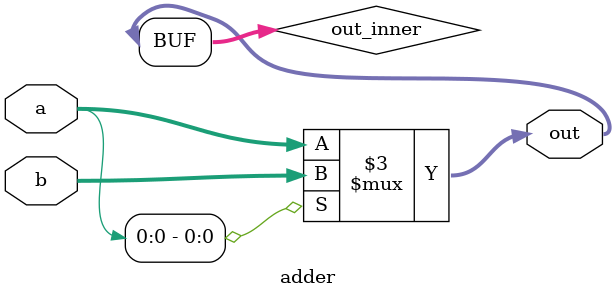
<source format=v>


module adder_tree#(parameter NUM = 4096, LEN = 16, LEVEL = $clog2(NUM) )(
    input  clk,
    input  [NUM*LEN-1:0] in,
    output [LEN-1:0] sum
    );
    
    // 将输入长向量还原为矩阵形式。高位是右侧的C&S
    wire  [LEN-1:0] in_inner[NUM-1:0]; 
    reg   [LEN-1:0] sum_inner;
    
    genvar i;
    for ( i = 0; i < NUM ; i = i + 1)
    begin
        assign in_inner[i]=in[(i+1)*LEN-1:i*LEN];
    end
    
    
    // 计算各个级别的比较器数目，将各个级别的首地址记录在一个单独的变量之中
    // START_LEVELx             记录了LEVELx输入线的起始index。 
    // NUM_INPUT_LEVELx         记录LEVELx的输入线数目。
    // IS_ODD_NUM_INPUT_LEVELx  记录了LEVELx的输入线总数是否为奇数？
    // DIV2_NUM_LEVELx          为LEVELx输入线数目直接右移1位。（中间变量）
    // NUM_ADDER_LEVELx         记录了LEVELx的ADDER个数,同时也是LEVEL(x+1)的输入线数目。
         
    localparam   START_LEVEL0             =  0;
    localparam   NUM_INPUT_LEVEL0         =  NUM;
    localparam   IS_ODD_NUM_INPUT_LEVEL0  =  NUM_INPUT_LEVEL0[0]==1?1:0;
    localparam   DIV2_NUM_INPUT_LEVEL0    =  NUM_INPUT_LEVEL0>>1;
    localparam   NUM_ADDER_LEVEL0         =  (NUM_INPUT_LEVEL0==1)?0:DIV2_NUM_INPUT_LEVEL0 + IS_ODD_NUM_INPUT_LEVEL0;
    
    localparam   START_LEVEL1             =  START_LEVEL0 + NUM_INPUT_LEVEL0*LEN;
    localparam   NUM_INPUT_LEVEL1         =  NUM_ADDER_LEVEL0;
    localparam   IS_ODD_NUM_INPUT_LEVEL1  =  NUM_INPUT_LEVEL1[0]==1?1:0;
    localparam   DIV2_NUM_INPUT_LEVEL1    =  NUM_INPUT_LEVEL1>>1;
    localparam   NUM_ADDER_LEVEL1         =  (NUM_INPUT_LEVEL1==1)?0:DIV2_NUM_INPUT_LEVEL1 + IS_ODD_NUM_INPUT_LEVEL1;
    
    localparam   START_LEVEL2             =  START_LEVEL1 + NUM_INPUT_LEVEL1*(LEN+1);
    localparam   NUM_INPUT_LEVEL2         =  NUM_ADDER_LEVEL1;
    localparam   IS_ODD_NUM_INPUT_LEVEL2  =  NUM_INPUT_LEVEL2[0]==1?1:0;
    localparam   DIV2_NUM_INPUT_LEVEL2    =  NUM_INPUT_LEVEL2>>1;
    localparam   NUM_ADDER_LEVEL2         =  (NUM_INPUT_LEVEL2==1)?0:DIV2_NUM_INPUT_LEVEL2 + IS_ODD_NUM_INPUT_LEVEL2;
    
    localparam   START_LEVEL3             =  START_LEVEL2 + NUM_INPUT_LEVEL2;
    localparam   NUM_INPUT_LEVEL3         =  NUM_ADDER_LEVEL2;
    localparam   IS_ODD_NUM_INPUT_LEVEL3  =  NUM_INPUT_LEVEL3[0]==1?1:0;
    localparam   DIV2_NUM_INPUT_LEVEL3    =  NUM_INPUT_LEVEL3>>1;
    localparam   NUM_ADDER_LEVEL3         =  (NUM_INPUT_LEVEL3==1)?0:DIV2_NUM_INPUT_LEVEL3 + IS_ODD_NUM_INPUT_LEVEL3;
    
    localparam   START_LEVEL4             =  START_LEVEL3 + NUM_INPUT_LEVEL3;
    localparam   NUM_INPUT_LEVEL4         =  NUM_ADDER_LEVEL3;
    localparam   IS_ODD_NUM_INPUT_LEVEL4  =  NUM_INPUT_LEVEL4[0]==1?1:0;
    localparam   DIV2_NUM_INPUT_LEVEL4    =  NUM_INPUT_LEVEL4>>1;
    localparam   NUM_ADDER_LEVEL4         =  (NUM_INPUT_LEVEL4==1)?0:DIV2_NUM_INPUT_LEVEL4 + IS_ODD_NUM_INPUT_LEVEL4;
    
    localparam   START_LEVEL5             =  START_LEVEL4 + NUM_INPUT_LEVEL4;
    localparam   NUM_INPUT_LEVEL5         =  NUM_ADDER_LEVEL4;
    localparam   IS_ODD_NUM_INPUT_LEVEL5  =  NUM_INPUT_LEVEL5[0]==1?1:0;
    localparam   DIV2_NUM_INPUT_LEVEL5    =  NUM_INPUT_LEVEL5>>1;
    localparam   NUM_ADDER_LEVEL5         =  (NUM_INPUT_LEVEL5==1)?0:DIV2_NUM_INPUT_LEVEL5 + IS_ODD_NUM_INPUT_LEVEL5;
    
    localparam   START_LEVEL6             =  START_LEVEL5 + NUM_INPUT_LEVEL5;
    localparam   NUM_INPUT_LEVEL6         =  NUM_ADDER_LEVEL5;
    localparam   IS_ODD_NUM_INPUT_LEVEL6  =  NUM_INPUT_LEVEL6[0]==1?1:0;
    localparam   DIV2_NUM_INPUT_LEVEL6    =  NUM_INPUT_LEVEL6>>1;
    localparam   NUM_ADDER_LEVEL6         =  (NUM_INPUT_LEVEL6==1)?0:DIV2_NUM_INPUT_LEVEL6 + IS_ODD_NUM_INPUT_LEVEL6;
    
    localparam   START_LEVEL7             =  START_LEVEL6 + NUM_INPUT_LEVEL6;
    localparam   NUM_INPUT_LEVEL7         =  NUM_ADDER_LEVEL6;
    localparam   IS_ODD_NUM_INPUT_LEVEL7  =  NUM_INPUT_LEVEL7[0]==1?1:0;
    localparam   DIV2_NUM_INPUT_LEVEL7    =  NUM_INPUT_LEVEL7>>1;
    localparam   NUM_ADDER_LEVEL7         =  (NUM_INPUT_LEVEL7==1)?0:DIV2_NUM_INPUT_LEVEL7 + IS_ODD_NUM_INPUT_LEVEL7;
    
    localparam   START_LEVEL8             =  START_LEVEL7 + NUM_INPUT_LEVEL7;
    localparam   NUM_INPUT_LEVEL8         =  NUM_ADDER_LEVEL7;
    localparam   IS_ODD_NUM_INPUT_LEVEL8  =  NUM_INPUT_LEVEL8[0]==1?1:0;
    localparam   DIV2_NUM_INPUT_LEVEL8    =  NUM_INPUT_LEVEL8>>1;
    localparam   NUM_ADDER_LEVEL8         =  (NUM_INPUT_LEVEL8==1)?0:DIV2_NUM_INPUT_LEVEL8 + IS_ODD_NUM_INPUT_LEVEL8;
    
    localparam   START_LEVEL9             =  START_LEVEL8 + NUM_INPUT_LEVEL8;
    localparam   NUM_INPUT_LEVEL9         =  NUM_ADDER_LEVEL8;
    localparam   IS_ODD_NUM_INPUT_LEVEL9  =  NUM_INPUT_LEVEL9[0]==1?1:0;
    localparam   DIV2_NUM_INPUT_LEVEL9    =  NUM_INPUT_LEVEL9>>1;
    localparam   NUM_ADDER_LEVEL9         =  (NUM_INPUT_LEVEL9==1)?0:DIV2_NUM_INPUT_LEVEL9 + IS_ODD_NUM_INPUT_LEVEL9;

    localparam   START_LEVEL10            =  START_LEVEL9 + NUM_INPUT_LEVEL9;
    localparam   NUM_INPUT_LEVEL10        =  NUM_ADDER_LEVEL9;
    localparam   IS_ODD_NUM_INPUT_LEVEL10 =  NUM_INPUT_LEVEL10[0]==1?1:0;
    localparam   DIV2_NUM_INPUT_LEVEL10   =  NUM_INPUT_LEVEL10>>1;
    localparam   NUM_ADDER_LEVEL10        =  (NUM_INPUT_LEVEL10==1)?0:DIV2_NUM_INPUT_LEVEL10 + IS_ODD_NUM_INPUT_LEVEL10;

    localparam   START_LEVEL11            =  START_LEVEL10 + NUM_INPUT_LEVEL10;
    localparam   NUM_INPUT_LEVEL11        =  NUM_ADDER_LEVEL10;
    localparam   IS_ODD_NUM_INPUT_LEVEL11 =  NUM_INPUT_LEVEL11[0]==1?1:0;
    localparam   DIV2_NUM_INPUT_LEVEL11   =  NUM_INPUT_LEVEL11>>1;
    localparam   NUM_ADDER_LEVEL11        =  (NUM_INPUT_LEVEL11==1)?0:DIV2_NUM_INPUT_LEVEL11 + IS_ODD_NUM_INPUT_LEVEL11;    
    
    localparam   START_LEVEL12            =  START_LEVEL11 + NUM_INPUT_LEVEL11;
    localparam   NUM_INPUT_LEVEL12        =  NUM_ADDER_LEVEL11;
    localparam   IS_ODD_NUM_INPUT_LEVEL12 =  NUM_INPUT_LEVEL12[0]==1?1:0;
    localparam   DIV2_NUM_INPUT_LEVEL12   =  NUM_INPUT_LEVEL12>>1;
    localparam   NUM_ADDER_LEVEL12        =  (NUM_INPUT_LEVEL12==1)?0:DIV2_NUM_INPUT_LEVEL12 + IS_ODD_NUM_INPUT_LEVEL12;    
    localparam   START_LEVEL13            =  START_LEVEL12 + NUM_INPUT_LEVEL12;

    wire [LEN-1:0] wire_inner[START_LEVEL13-1:0]; //多加的1是最终的输出。
    
    for (i = 0; i < NUM_INPUT_LEVEL0; i = i + 1) 
    begin
       assign wire_inner[i] = in_inner[i];
    end
    
    genvar index_num;
    generate
        
    for (index_num = 0; index_num < NUM_ADDER_LEVEL0-IS_ODD_NUM_INPUT_LEVEL0; index_num = index_num + 1)
    begin
        adder#(.LEN(LEN)) level0(.a(wire_inner[START_LEVEL0 + 2*index_num]),.b(wire_inner[START_LEVEL0+2*index_num+1]),.out(wire_inner[START_LEVEL1+index_num]));
    end
    if(IS_ODD_NUM_INPUT_LEVEL0 && (NUM_ADDER_LEVEL0>0))
        adder#(.LEN(LEN)) level0_last(.a(wire_inner[START_LEVEL0+2*(NUM_ADDER_LEVEL0-1)]),.b(0),.out(wire_inner[START_LEVEL1+NUM_ADDER_LEVEL0 - 1]));
    
    for (index_num = 0; index_num < NUM_ADDER_LEVEL1-IS_ODD_NUM_INPUT_LEVEL1; index_num = index_num + 1)
    begin
        adder#(.LEN(LEN)) level1(.a(wire_inner[START_LEVEL1+2*index_num]),.b(wire_inner[START_LEVEL1+2*index_num+1]),.out(wire_inner[START_LEVEL2+index_num]));
    end
    if(IS_ODD_NUM_INPUT_LEVEL1 && (NUM_ADDER_LEVEL1>0))
        adder#(.LEN(LEN)) level1_last(.a(wire_inner[START_LEVEL1+2*(NUM_ADDER_LEVEL1-1)]),.b(0),.out(wire_inner[START_LEVEL2+NUM_ADDER_LEVEL1 - 1]));
    
    for (index_num = 0; index_num < NUM_ADDER_LEVEL2-IS_ODD_NUM_INPUT_LEVEL2; index_num = index_num + 1)
    begin
        adder#(.LEN(LEN)) level2(.a(wire_inner[START_LEVEL2+2*index_num]),.b(wire_inner[START_LEVEL2+2*index_num+1]),.out(wire_inner[START_LEVEL3+index_num]));
    end
    if(IS_ODD_NUM_INPUT_LEVEL2 && (NUM_ADDER_LEVEL2>0))
        adder#(.LEN(LEN)) level2_last(.a(wire_inner[START_LEVEL2+2*(NUM_ADDER_LEVEL2-1)]),.b(0),.out(wire_inner[START_LEVEL3+NUM_ADDER_LEVEL2 - 1]));
    
    for (index_num = 0; index_num < NUM_ADDER_LEVEL3-IS_ODD_NUM_INPUT_LEVEL3; index_num = index_num + 1)
    begin
        adder#(.LEN(LEN)) level3(.a(wire_inner[START_LEVEL3+2*index_num]),.b(wire_inner[START_LEVEL3+2*index_num+1]),.out(wire_inner[START_LEVEL4+index_num]));
    end
    if(IS_ODD_NUM_INPUT_LEVEL3 && (NUM_ADDER_LEVEL3>0))
        adder#(.LEN(LEN)) level3_last(.a(wire_inner[START_LEVEL3+2*(NUM_ADDER_LEVEL3-1)]),.b(0),.out(wire_inner[START_LEVEL4+NUM_ADDER_LEVEL3 - 1]));
    
    for (index_num = 0; index_num < NUM_ADDER_LEVEL4-IS_ODD_NUM_INPUT_LEVEL4; index_num = index_num + 1)
    begin
        adder#(.LEN(LEN)) level4(.a(wire_inner[START_LEVEL4+2*index_num]),.b(wire_inner[START_LEVEL4+2*index_num+1]),.out(wire_inner[START_LEVEL5+index_num]));
    end
    if(IS_ODD_NUM_INPUT_LEVEL4 && (NUM_ADDER_LEVEL4>0))
        adder#(.LEN(LEN)) level4_last(.a(wire_inner[START_LEVEL4+2*(NUM_ADDER_LEVEL4-1)]),.b(0),.out(wire_inner[START_LEVEL5+NUM_ADDER_LEVEL4 - 1]));
    
    for (index_num = 0; index_num < NUM_ADDER_LEVEL5-IS_ODD_NUM_INPUT_LEVEL5; index_num = index_num + 1)
    begin
        adder#(.LEN(LEN)) level5(.a(wire_inner[START_LEVEL5+2*index_num]),.b(wire_inner[START_LEVEL5+2*index_num+1]),.out(wire_inner[START_LEVEL6+index_num]));
    end
    if(IS_ODD_NUM_INPUT_LEVEL5 && (NUM_ADDER_LEVEL5>0))
        adder#(.LEN(LEN)) level5_last(.a(wire_inner[START_LEVEL5+2*(NUM_ADDER_LEVEL5-1)]),.b(0),.out(wire_inner[START_LEVEL6+NUM_ADDER_LEVEL5 - 1]));
    
    for (index_num = 0; index_num < NUM_ADDER_LEVEL6-IS_ODD_NUM_INPUT_LEVEL6; index_num = index_num + 1)
    begin
        adder#(.LEN(LEN)) level6(.a(wire_inner[START_LEVEL6+2*index_num]),.b(wire_inner[START_LEVEL6+2*index_num+1]),.out(wire_inner[START_LEVEL7+index_num]));
    end
    if(IS_ODD_NUM_INPUT_LEVEL6 && (NUM_ADDER_LEVEL6>0))
        adder#(.LEN(LEN)) level6_last(.a(wire_inner[START_LEVEL6+2*(NUM_ADDER_LEVEL6-1)]),.b(0),.out(wire_inner[START_LEVEL7+NUM_ADDER_LEVEL6 - 1]));
    
    for (index_num = 0; index_num < NUM_ADDER_LEVEL7-IS_ODD_NUM_INPUT_LEVEL7; index_num = index_num + 1)
    begin
        adder#(.LEN(LEN)) level7(.a(wire_inner[START_LEVEL7+2*index_num]),.b(wire_inner[START_LEVEL7+2*index_num+1]),.out(wire_inner[START_LEVEL8+index_num]));
    end
    if(IS_ODD_NUM_INPUT_LEVEL7 && (NUM_ADDER_LEVEL7>0))
        adder#(.LEN(LEN)) level7_last(.a(wire_inner[START_LEVEL7+2*(NUM_ADDER_LEVEL7-1)]),.b(0),.out(wire_inner[START_LEVEL8+NUM_ADDER_LEVEL7 - 1]));
    
    for (index_num = 0; index_num < NUM_ADDER_LEVEL8-IS_ODD_NUM_INPUT_LEVEL8; index_num = index_num + 1)
    begin
        adder#(.LEN(LEN)) level8(.a(wire_inner[START_LEVEL8+2*index_num]),.b(wire_inner[START_LEVEL8+2*index_num+1]),.out(wire_inner[START_LEVEL9+index_num]));
    end
    if(IS_ODD_NUM_INPUT_LEVEL8 && (NUM_ADDER_LEVEL8>0))
        adder#(.LEN(LEN)) level8_last(.a(wire_inner[START_LEVEL8+2*(NUM_ADDER_LEVEL8-1)]),.b(0),.out(wire_inner[START_LEVEL9+NUM_ADDER_LEVEL8 - 1]));
    
    for (index_num = 0; index_num < NUM_ADDER_LEVEL9-IS_ODD_NUM_INPUT_LEVEL9; index_num = index_num + 1)
    begin
        adder#(.LEN(LEN)) level9(.a(wire_inner[START_LEVEL9+2*index_num]),.b(wire_inner[START_LEVEL9+2*index_num+1]),.out(wire_inner[START_LEVEL10+index_num]));
    end
    if(IS_ODD_NUM_INPUT_LEVEL9 && (NUM_ADDER_LEVEL9>0))
        adder#(.LEN(LEN)) level9_last(.a(wire_inner[START_LEVEL9+2*(NUM_ADDER_LEVEL9-1)]),.b(0),.out(wire_inner[START_LEVEL10+NUM_ADDER_LEVEL9 - 1]));   
    
    for (index_num = 0; index_num < NUM_ADDER_LEVEL10-IS_ODD_NUM_INPUT_LEVEL10; index_num = index_num + 1)
    begin
        adder#(.LEN(LEN)) level10(.a(wire_inner[START_LEVEL10+2*index_num]),.b(wire_inner[START_LEVEL10+2*index_num+1]),.out(wire_inner[START_LEVEL11+index_num]));
    end
    if(IS_ODD_NUM_INPUT_LEVEL10 && (NUM_ADDER_LEVEL10>0))
        adder#(.LEN(LEN)) level10_last(.a(wire_inner[START_LEVEL10+2*(NUM_ADDER_LEVEL10-1)]),.b(0),.out(wire_inner[START_LEVEL11+NUM_ADDER_LEVEL10 - 1]));
    
    for (index_num = 0; index_num < NUM_ADDER_LEVEL11-IS_ODD_NUM_INPUT_LEVEL11; index_num = index_num + 1)
    begin
        adder#(.LEN(LEN)) level11(.a(wire_inner[START_LEVEL11+2*index_num]),.b(wire_inner[START_LEVEL11+2*index_num+1]),.out(wire_inner[START_LEVEL12+index_num]));
    end
    if(IS_ODD_NUM_INPUT_LEVEL11 && (NUM_ADDER_LEVEL11>0))
        adder#(.LEN(LEN)) level11_last(.a(wire_inner[START_LEVEL11+2*(NUM_ADDER_LEVEL11-1)]),.b(0),.out(wire_inner[START_LEVEL12+NUM_ADDER_LEVEL11 - 1]));
    
    for (index_num = 0; index_num < NUM_ADDER_LEVEL12-IS_ODD_NUM_INPUT_LEVEL12; index_num = index_num + 1)
    begin
        adder#(.LEN(LEN)) level12(.a(wire_inner[START_LEVEL12+2*index_num]),.b(wire_inner[START_LEVEL12+2*index_num+1]),.out(wire_inner[START_LEVEL13+index_num]));
    end
    if(IS_ODD_NUM_INPUT_LEVEL12 && (NUM_ADDER_LEVEL12>0))
        adder#(.LEN(LEN)) level12_last(.a(wire_inner[START_LEVEL12+2*(NUM_ADDER_LEVEL12-1)]),.b(0),.out(wire_inner[START_LEVEL13+NUM_ADDER_LEVEL12 - 1]));
    endgenerate
 
    always@*
    begin
        sum_inner = wire_inner[START_LEVEL13-1];
    end
    
    assign sum = sum_inner;
endmodule


module adder#(parameter LEN = 16)(
    input  [LEN-1:0] a,
    input  [LEN-1:0] b,
    output [LEN-1:0]  out
    );
    reg  [LEN-1:0]  out_inner;
    always@*
    begin
        out_inner = a[0]==0? a : b;
    end
    
    assign out = out_inner;
endmodule



</source>
